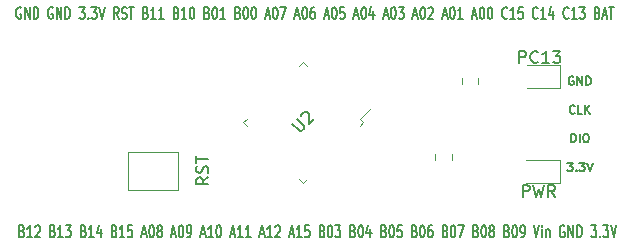
<source format=gbr>
G04 #@! TF.GenerationSoftware,KiCad,Pcbnew,(5.1.2-1)-1*
G04 #@! TF.CreationDate,2020-03-21T16:32:46+05:30*
G04 #@! TF.ProjectId,BluePill,426c7565-5069-46c6-9c2e-6b696361645f,rev?*
G04 #@! TF.SameCoordinates,Original*
G04 #@! TF.FileFunction,Legend,Top*
G04 #@! TF.FilePolarity,Positive*
%FSLAX46Y46*%
G04 Gerber Fmt 4.6, Leading zero omitted, Abs format (unit mm)*
G04 Created by KiCad (PCBNEW (5.1.2-1)-1) date 2020-03-21 16:32:46*
%MOMM*%
%LPD*%
G04 APERTURE LIST*
%ADD10C,0.150000*%
%ADD11C,0.120000*%
G04 APERTURE END LIST*
D10*
X60974672Y-19018750D02*
X60907053Y-18984940D01*
X60805625Y-18984940D01*
X60704196Y-19018750D01*
X60636577Y-19086369D01*
X60602767Y-19153988D01*
X60568958Y-19289226D01*
X60568958Y-19390654D01*
X60602767Y-19525892D01*
X60636577Y-19593511D01*
X60704196Y-19661130D01*
X60805625Y-19694940D01*
X60873244Y-19694940D01*
X60974672Y-19661130D01*
X61008482Y-19627321D01*
X61008482Y-19390654D01*
X60873244Y-19390654D01*
X61312767Y-19694940D02*
X61312767Y-18984940D01*
X61718482Y-19694940D01*
X61718482Y-18984940D01*
X62056577Y-19694940D02*
X62056577Y-18984940D01*
X62225625Y-18984940D01*
X62327053Y-19018750D01*
X62394672Y-19086369D01*
X62428482Y-19153988D01*
X62462291Y-19289226D01*
X62462291Y-19390654D01*
X62428482Y-19525892D01*
X62394672Y-19593511D01*
X62327053Y-19661130D01*
X62225625Y-19694940D01*
X62056577Y-19694940D01*
X61093005Y-22057321D02*
X61059196Y-22091130D01*
X60957767Y-22124940D01*
X60890148Y-22124940D01*
X60788720Y-22091130D01*
X60721101Y-22023511D01*
X60687291Y-21955892D01*
X60653482Y-21820654D01*
X60653482Y-21719226D01*
X60687291Y-21583988D01*
X60721101Y-21516369D01*
X60788720Y-21448750D01*
X60890148Y-21414940D01*
X60957767Y-21414940D01*
X61059196Y-21448750D01*
X61093005Y-21482559D01*
X61735386Y-22124940D02*
X61397291Y-22124940D01*
X61397291Y-21414940D01*
X61972053Y-22124940D02*
X61972053Y-21414940D01*
X62377767Y-22124940D02*
X62073482Y-21719226D01*
X62377767Y-21414940D02*
X61972053Y-21820654D01*
X60788720Y-24554940D02*
X60788720Y-23844940D01*
X60957767Y-23844940D01*
X61059196Y-23878750D01*
X61126815Y-23946369D01*
X61160625Y-24013988D01*
X61194434Y-24149226D01*
X61194434Y-24250654D01*
X61160625Y-24385892D01*
X61126815Y-24453511D01*
X61059196Y-24521130D01*
X60957767Y-24554940D01*
X60788720Y-24554940D01*
X61498720Y-24554940D02*
X61498720Y-23844940D01*
X61972053Y-23844940D02*
X62107291Y-23844940D01*
X62174910Y-23878750D01*
X62242529Y-23946369D01*
X62276339Y-24081607D01*
X62276339Y-24318273D01*
X62242529Y-24453511D01*
X62174910Y-24521130D01*
X62107291Y-24554940D01*
X61972053Y-24554940D01*
X61904434Y-24521130D01*
X61836815Y-24453511D01*
X61803005Y-24318273D01*
X61803005Y-24081607D01*
X61836815Y-23946369D01*
X61904434Y-23878750D01*
X61972053Y-23844940D01*
X60467529Y-26274940D02*
X60907053Y-26274940D01*
X60670386Y-26545416D01*
X60771815Y-26545416D01*
X60839434Y-26579226D01*
X60873244Y-26613035D01*
X60907053Y-26680654D01*
X60907053Y-26849702D01*
X60873244Y-26917321D01*
X60839434Y-26951130D01*
X60771815Y-26984940D01*
X60568958Y-26984940D01*
X60501339Y-26951130D01*
X60467529Y-26917321D01*
X61211339Y-26917321D02*
X61245148Y-26951130D01*
X61211339Y-26984940D01*
X61177529Y-26951130D01*
X61211339Y-26917321D01*
X61211339Y-26984940D01*
X61481815Y-26274940D02*
X61921339Y-26274940D01*
X61684672Y-26545416D01*
X61786101Y-26545416D01*
X61853720Y-26579226D01*
X61887529Y-26613035D01*
X61921339Y-26680654D01*
X61921339Y-26849702D01*
X61887529Y-26917321D01*
X61853720Y-26951130D01*
X61786101Y-26984940D01*
X61583244Y-26984940D01*
X61515625Y-26951130D01*
X61481815Y-26917321D01*
X62124196Y-26274940D02*
X62360863Y-26984940D01*
X62597529Y-26274940D01*
X14185595Y-13152500D02*
X14117976Y-13104880D01*
X14016547Y-13104880D01*
X13915119Y-13152500D01*
X13847500Y-13247738D01*
X13813690Y-13342976D01*
X13779880Y-13533452D01*
X13779880Y-13676309D01*
X13813690Y-13866785D01*
X13847500Y-13962023D01*
X13915119Y-14057261D01*
X14016547Y-14104880D01*
X14084166Y-14104880D01*
X14185595Y-14057261D01*
X14219404Y-14009642D01*
X14219404Y-13676309D01*
X14084166Y-13676309D01*
X14523690Y-14104880D02*
X14523690Y-13104880D01*
X14929404Y-14104880D01*
X14929404Y-13104880D01*
X15267500Y-14104880D02*
X15267500Y-13104880D01*
X15436547Y-13104880D01*
X15537976Y-13152500D01*
X15605595Y-13247738D01*
X15639404Y-13342976D01*
X15673214Y-13533452D01*
X15673214Y-13676309D01*
X15639404Y-13866785D01*
X15605595Y-13962023D01*
X15537976Y-14057261D01*
X15436547Y-14104880D01*
X15267500Y-14104880D01*
X16890357Y-13152500D02*
X16822738Y-13104880D01*
X16721309Y-13104880D01*
X16619880Y-13152500D01*
X16552261Y-13247738D01*
X16518452Y-13342976D01*
X16484642Y-13533452D01*
X16484642Y-13676309D01*
X16518452Y-13866785D01*
X16552261Y-13962023D01*
X16619880Y-14057261D01*
X16721309Y-14104880D01*
X16788928Y-14104880D01*
X16890357Y-14057261D01*
X16924166Y-14009642D01*
X16924166Y-13676309D01*
X16788928Y-13676309D01*
X17228452Y-14104880D02*
X17228452Y-13104880D01*
X17634166Y-14104880D01*
X17634166Y-13104880D01*
X17972261Y-14104880D02*
X17972261Y-13104880D01*
X18141309Y-13104880D01*
X18242738Y-13152500D01*
X18310357Y-13247738D01*
X18344166Y-13342976D01*
X18377976Y-13533452D01*
X18377976Y-13676309D01*
X18344166Y-13866785D01*
X18310357Y-13962023D01*
X18242738Y-14057261D01*
X18141309Y-14104880D01*
X17972261Y-14104880D01*
X19155595Y-13104880D02*
X19595119Y-13104880D01*
X19358452Y-13485833D01*
X19459880Y-13485833D01*
X19527500Y-13533452D01*
X19561309Y-13581071D01*
X19595119Y-13676309D01*
X19595119Y-13914404D01*
X19561309Y-14009642D01*
X19527500Y-14057261D01*
X19459880Y-14104880D01*
X19257023Y-14104880D01*
X19189404Y-14057261D01*
X19155595Y-14009642D01*
X19899404Y-14009642D02*
X19933214Y-14057261D01*
X19899404Y-14104880D01*
X19865595Y-14057261D01*
X19899404Y-14009642D01*
X19899404Y-14104880D01*
X20169880Y-13104880D02*
X20609404Y-13104880D01*
X20372738Y-13485833D01*
X20474166Y-13485833D01*
X20541785Y-13533452D01*
X20575595Y-13581071D01*
X20609404Y-13676309D01*
X20609404Y-13914404D01*
X20575595Y-14009642D01*
X20541785Y-14057261D01*
X20474166Y-14104880D01*
X20271309Y-14104880D01*
X20203690Y-14057261D01*
X20169880Y-14009642D01*
X20812261Y-13104880D02*
X21048928Y-14104880D01*
X21285595Y-13104880D01*
X22468928Y-14104880D02*
X22232261Y-13628690D01*
X22063214Y-14104880D02*
X22063214Y-13104880D01*
X22333690Y-13104880D01*
X22401309Y-13152500D01*
X22435119Y-13200119D01*
X22468928Y-13295357D01*
X22468928Y-13438214D01*
X22435119Y-13533452D01*
X22401309Y-13581071D01*
X22333690Y-13628690D01*
X22063214Y-13628690D01*
X22739404Y-14057261D02*
X22840833Y-14104880D01*
X23009880Y-14104880D01*
X23077500Y-14057261D01*
X23111309Y-14009642D01*
X23145119Y-13914404D01*
X23145119Y-13819166D01*
X23111309Y-13723928D01*
X23077500Y-13676309D01*
X23009880Y-13628690D01*
X22874642Y-13581071D01*
X22807023Y-13533452D01*
X22773214Y-13485833D01*
X22739404Y-13390595D01*
X22739404Y-13295357D01*
X22773214Y-13200119D01*
X22807023Y-13152500D01*
X22874642Y-13104880D01*
X23043690Y-13104880D01*
X23145119Y-13152500D01*
X23347976Y-13104880D02*
X23753690Y-13104880D01*
X23550833Y-14104880D02*
X23550833Y-13104880D01*
X24767976Y-13581071D02*
X24869404Y-13628690D01*
X24903214Y-13676309D01*
X24937023Y-13771547D01*
X24937023Y-13914404D01*
X24903214Y-14009642D01*
X24869404Y-14057261D01*
X24801785Y-14104880D01*
X24531309Y-14104880D01*
X24531309Y-13104880D01*
X24767976Y-13104880D01*
X24835595Y-13152500D01*
X24869404Y-13200119D01*
X24903214Y-13295357D01*
X24903214Y-13390595D01*
X24869404Y-13485833D01*
X24835595Y-13533452D01*
X24767976Y-13581071D01*
X24531309Y-13581071D01*
X25613214Y-14104880D02*
X25207500Y-14104880D01*
X25410357Y-14104880D02*
X25410357Y-13104880D01*
X25342738Y-13247738D01*
X25275119Y-13342976D01*
X25207500Y-13390595D01*
X26289404Y-14104880D02*
X25883690Y-14104880D01*
X26086547Y-14104880D02*
X26086547Y-13104880D01*
X26018928Y-13247738D01*
X25951309Y-13342976D01*
X25883690Y-13390595D01*
X27371309Y-13581071D02*
X27472738Y-13628690D01*
X27506547Y-13676309D01*
X27540357Y-13771547D01*
X27540357Y-13914404D01*
X27506547Y-14009642D01*
X27472738Y-14057261D01*
X27405119Y-14104880D01*
X27134642Y-14104880D01*
X27134642Y-13104880D01*
X27371309Y-13104880D01*
X27438928Y-13152500D01*
X27472738Y-13200119D01*
X27506547Y-13295357D01*
X27506547Y-13390595D01*
X27472738Y-13485833D01*
X27438928Y-13533452D01*
X27371309Y-13581071D01*
X27134642Y-13581071D01*
X28216547Y-14104880D02*
X27810833Y-14104880D01*
X28013690Y-14104880D02*
X28013690Y-13104880D01*
X27946071Y-13247738D01*
X27878452Y-13342976D01*
X27810833Y-13390595D01*
X28656071Y-13104880D02*
X28723690Y-13104880D01*
X28791309Y-13152500D01*
X28825119Y-13200119D01*
X28858928Y-13295357D01*
X28892738Y-13485833D01*
X28892738Y-13723928D01*
X28858928Y-13914404D01*
X28825119Y-14009642D01*
X28791309Y-14057261D01*
X28723690Y-14104880D01*
X28656071Y-14104880D01*
X28588452Y-14057261D01*
X28554642Y-14009642D01*
X28520833Y-13914404D01*
X28487023Y-13723928D01*
X28487023Y-13485833D01*
X28520833Y-13295357D01*
X28554642Y-13200119D01*
X28588452Y-13152500D01*
X28656071Y-13104880D01*
X29974642Y-13581071D02*
X30076071Y-13628690D01*
X30109880Y-13676309D01*
X30143690Y-13771547D01*
X30143690Y-13914404D01*
X30109880Y-14009642D01*
X30076071Y-14057261D01*
X30008452Y-14104880D01*
X29737976Y-14104880D01*
X29737976Y-13104880D01*
X29974642Y-13104880D01*
X30042261Y-13152500D01*
X30076071Y-13200119D01*
X30109880Y-13295357D01*
X30109880Y-13390595D01*
X30076071Y-13485833D01*
X30042261Y-13533452D01*
X29974642Y-13581071D01*
X29737976Y-13581071D01*
X30583214Y-13104880D02*
X30650833Y-13104880D01*
X30718452Y-13152500D01*
X30752261Y-13200119D01*
X30786071Y-13295357D01*
X30819880Y-13485833D01*
X30819880Y-13723928D01*
X30786071Y-13914404D01*
X30752261Y-14009642D01*
X30718452Y-14057261D01*
X30650833Y-14104880D01*
X30583214Y-14104880D01*
X30515595Y-14057261D01*
X30481785Y-14009642D01*
X30447976Y-13914404D01*
X30414166Y-13723928D01*
X30414166Y-13485833D01*
X30447976Y-13295357D01*
X30481785Y-13200119D01*
X30515595Y-13152500D01*
X30583214Y-13104880D01*
X31496071Y-14104880D02*
X31090357Y-14104880D01*
X31293214Y-14104880D02*
X31293214Y-13104880D01*
X31225595Y-13247738D01*
X31157976Y-13342976D01*
X31090357Y-13390595D01*
X32577976Y-13581071D02*
X32679404Y-13628690D01*
X32713214Y-13676309D01*
X32747023Y-13771547D01*
X32747023Y-13914404D01*
X32713214Y-14009642D01*
X32679404Y-14057261D01*
X32611785Y-14104880D01*
X32341309Y-14104880D01*
X32341309Y-13104880D01*
X32577976Y-13104880D01*
X32645595Y-13152500D01*
X32679404Y-13200119D01*
X32713214Y-13295357D01*
X32713214Y-13390595D01*
X32679404Y-13485833D01*
X32645595Y-13533452D01*
X32577976Y-13581071D01*
X32341309Y-13581071D01*
X33186547Y-13104880D02*
X33254166Y-13104880D01*
X33321785Y-13152500D01*
X33355595Y-13200119D01*
X33389404Y-13295357D01*
X33423214Y-13485833D01*
X33423214Y-13723928D01*
X33389404Y-13914404D01*
X33355595Y-14009642D01*
X33321785Y-14057261D01*
X33254166Y-14104880D01*
X33186547Y-14104880D01*
X33118928Y-14057261D01*
X33085119Y-14009642D01*
X33051309Y-13914404D01*
X33017500Y-13723928D01*
X33017500Y-13485833D01*
X33051309Y-13295357D01*
X33085119Y-13200119D01*
X33118928Y-13152500D01*
X33186547Y-13104880D01*
X33862738Y-13104880D02*
X33930357Y-13104880D01*
X33997976Y-13152500D01*
X34031785Y-13200119D01*
X34065595Y-13295357D01*
X34099404Y-13485833D01*
X34099404Y-13723928D01*
X34065595Y-13914404D01*
X34031785Y-14009642D01*
X33997976Y-14057261D01*
X33930357Y-14104880D01*
X33862738Y-14104880D01*
X33795119Y-14057261D01*
X33761309Y-14009642D01*
X33727500Y-13914404D01*
X33693690Y-13723928D01*
X33693690Y-13485833D01*
X33727500Y-13295357D01*
X33761309Y-13200119D01*
X33795119Y-13152500D01*
X33862738Y-13104880D01*
X34910833Y-13819166D02*
X35248928Y-13819166D01*
X34843214Y-14104880D02*
X35079880Y-13104880D01*
X35316547Y-14104880D01*
X35688452Y-13104880D02*
X35756071Y-13104880D01*
X35823690Y-13152500D01*
X35857500Y-13200119D01*
X35891309Y-13295357D01*
X35925119Y-13485833D01*
X35925119Y-13723928D01*
X35891309Y-13914404D01*
X35857500Y-14009642D01*
X35823690Y-14057261D01*
X35756071Y-14104880D01*
X35688452Y-14104880D01*
X35620833Y-14057261D01*
X35587023Y-14009642D01*
X35553214Y-13914404D01*
X35519404Y-13723928D01*
X35519404Y-13485833D01*
X35553214Y-13295357D01*
X35587023Y-13200119D01*
X35620833Y-13152500D01*
X35688452Y-13104880D01*
X36161785Y-13104880D02*
X36635119Y-13104880D01*
X36330833Y-14104880D01*
X37412738Y-13819166D02*
X37750833Y-13819166D01*
X37345119Y-14104880D02*
X37581785Y-13104880D01*
X37818452Y-14104880D01*
X38190357Y-13104880D02*
X38257976Y-13104880D01*
X38325595Y-13152500D01*
X38359404Y-13200119D01*
X38393214Y-13295357D01*
X38427023Y-13485833D01*
X38427023Y-13723928D01*
X38393214Y-13914404D01*
X38359404Y-14009642D01*
X38325595Y-14057261D01*
X38257976Y-14104880D01*
X38190357Y-14104880D01*
X38122738Y-14057261D01*
X38088928Y-14009642D01*
X38055119Y-13914404D01*
X38021309Y-13723928D01*
X38021309Y-13485833D01*
X38055119Y-13295357D01*
X38088928Y-13200119D01*
X38122738Y-13152500D01*
X38190357Y-13104880D01*
X39035595Y-13104880D02*
X38900357Y-13104880D01*
X38832738Y-13152500D01*
X38798928Y-13200119D01*
X38731309Y-13342976D01*
X38697500Y-13533452D01*
X38697500Y-13914404D01*
X38731309Y-14009642D01*
X38765119Y-14057261D01*
X38832738Y-14104880D01*
X38967976Y-14104880D01*
X39035595Y-14057261D01*
X39069404Y-14009642D01*
X39103214Y-13914404D01*
X39103214Y-13676309D01*
X39069404Y-13581071D01*
X39035595Y-13533452D01*
X38967976Y-13485833D01*
X38832738Y-13485833D01*
X38765119Y-13533452D01*
X38731309Y-13581071D01*
X38697500Y-13676309D01*
X39914642Y-13819166D02*
X40252738Y-13819166D01*
X39847023Y-14104880D02*
X40083690Y-13104880D01*
X40320357Y-14104880D01*
X40692261Y-13104880D02*
X40759880Y-13104880D01*
X40827500Y-13152500D01*
X40861309Y-13200119D01*
X40895119Y-13295357D01*
X40928928Y-13485833D01*
X40928928Y-13723928D01*
X40895119Y-13914404D01*
X40861309Y-14009642D01*
X40827500Y-14057261D01*
X40759880Y-14104880D01*
X40692261Y-14104880D01*
X40624642Y-14057261D01*
X40590833Y-14009642D01*
X40557023Y-13914404D01*
X40523214Y-13723928D01*
X40523214Y-13485833D01*
X40557023Y-13295357D01*
X40590833Y-13200119D01*
X40624642Y-13152500D01*
X40692261Y-13104880D01*
X41571309Y-13104880D02*
X41233214Y-13104880D01*
X41199404Y-13581071D01*
X41233214Y-13533452D01*
X41300833Y-13485833D01*
X41469880Y-13485833D01*
X41537500Y-13533452D01*
X41571309Y-13581071D01*
X41605119Y-13676309D01*
X41605119Y-13914404D01*
X41571309Y-14009642D01*
X41537500Y-14057261D01*
X41469880Y-14104880D01*
X41300833Y-14104880D01*
X41233214Y-14057261D01*
X41199404Y-14009642D01*
X42416547Y-13819166D02*
X42754642Y-13819166D01*
X42348928Y-14104880D02*
X42585595Y-13104880D01*
X42822261Y-14104880D01*
X43194166Y-13104880D02*
X43261785Y-13104880D01*
X43329404Y-13152500D01*
X43363214Y-13200119D01*
X43397023Y-13295357D01*
X43430833Y-13485833D01*
X43430833Y-13723928D01*
X43397023Y-13914404D01*
X43363214Y-14009642D01*
X43329404Y-14057261D01*
X43261785Y-14104880D01*
X43194166Y-14104880D01*
X43126547Y-14057261D01*
X43092738Y-14009642D01*
X43058928Y-13914404D01*
X43025119Y-13723928D01*
X43025119Y-13485833D01*
X43058928Y-13295357D01*
X43092738Y-13200119D01*
X43126547Y-13152500D01*
X43194166Y-13104880D01*
X44039404Y-13438214D02*
X44039404Y-14104880D01*
X43870357Y-13057261D02*
X43701309Y-13771547D01*
X44140833Y-13771547D01*
X44918452Y-13819166D02*
X45256547Y-13819166D01*
X44850833Y-14104880D02*
X45087500Y-13104880D01*
X45324166Y-14104880D01*
X45696071Y-13104880D02*
X45763690Y-13104880D01*
X45831309Y-13152500D01*
X45865119Y-13200119D01*
X45898928Y-13295357D01*
X45932738Y-13485833D01*
X45932738Y-13723928D01*
X45898928Y-13914404D01*
X45865119Y-14009642D01*
X45831309Y-14057261D01*
X45763690Y-14104880D01*
X45696071Y-14104880D01*
X45628452Y-14057261D01*
X45594642Y-14009642D01*
X45560833Y-13914404D01*
X45527023Y-13723928D01*
X45527023Y-13485833D01*
X45560833Y-13295357D01*
X45594642Y-13200119D01*
X45628452Y-13152500D01*
X45696071Y-13104880D01*
X46169404Y-13104880D02*
X46608928Y-13104880D01*
X46372261Y-13485833D01*
X46473690Y-13485833D01*
X46541309Y-13533452D01*
X46575119Y-13581071D01*
X46608928Y-13676309D01*
X46608928Y-13914404D01*
X46575119Y-14009642D01*
X46541309Y-14057261D01*
X46473690Y-14104880D01*
X46270833Y-14104880D01*
X46203214Y-14057261D01*
X46169404Y-14009642D01*
X47420357Y-13819166D02*
X47758452Y-13819166D01*
X47352738Y-14104880D02*
X47589404Y-13104880D01*
X47826071Y-14104880D01*
X48197976Y-13104880D02*
X48265595Y-13104880D01*
X48333214Y-13152500D01*
X48367023Y-13200119D01*
X48400833Y-13295357D01*
X48434642Y-13485833D01*
X48434642Y-13723928D01*
X48400833Y-13914404D01*
X48367023Y-14009642D01*
X48333214Y-14057261D01*
X48265595Y-14104880D01*
X48197976Y-14104880D01*
X48130357Y-14057261D01*
X48096547Y-14009642D01*
X48062738Y-13914404D01*
X48028928Y-13723928D01*
X48028928Y-13485833D01*
X48062738Y-13295357D01*
X48096547Y-13200119D01*
X48130357Y-13152500D01*
X48197976Y-13104880D01*
X48705119Y-13200119D02*
X48738928Y-13152500D01*
X48806547Y-13104880D01*
X48975595Y-13104880D01*
X49043214Y-13152500D01*
X49077023Y-13200119D01*
X49110833Y-13295357D01*
X49110833Y-13390595D01*
X49077023Y-13533452D01*
X48671309Y-14104880D01*
X49110833Y-14104880D01*
X49922261Y-13819166D02*
X50260357Y-13819166D01*
X49854642Y-14104880D02*
X50091309Y-13104880D01*
X50327976Y-14104880D01*
X50699880Y-13104880D02*
X50767500Y-13104880D01*
X50835119Y-13152500D01*
X50868928Y-13200119D01*
X50902738Y-13295357D01*
X50936547Y-13485833D01*
X50936547Y-13723928D01*
X50902738Y-13914404D01*
X50868928Y-14009642D01*
X50835119Y-14057261D01*
X50767500Y-14104880D01*
X50699880Y-14104880D01*
X50632261Y-14057261D01*
X50598452Y-14009642D01*
X50564642Y-13914404D01*
X50530833Y-13723928D01*
X50530833Y-13485833D01*
X50564642Y-13295357D01*
X50598452Y-13200119D01*
X50632261Y-13152500D01*
X50699880Y-13104880D01*
X51612738Y-14104880D02*
X51207023Y-14104880D01*
X51409880Y-14104880D02*
X51409880Y-13104880D01*
X51342261Y-13247738D01*
X51274642Y-13342976D01*
X51207023Y-13390595D01*
X52424166Y-13819166D02*
X52762261Y-13819166D01*
X52356547Y-14104880D02*
X52593214Y-13104880D01*
X52829880Y-14104880D01*
X53201785Y-13104880D02*
X53269404Y-13104880D01*
X53337023Y-13152500D01*
X53370833Y-13200119D01*
X53404642Y-13295357D01*
X53438452Y-13485833D01*
X53438452Y-13723928D01*
X53404642Y-13914404D01*
X53370833Y-14009642D01*
X53337023Y-14057261D01*
X53269404Y-14104880D01*
X53201785Y-14104880D01*
X53134166Y-14057261D01*
X53100357Y-14009642D01*
X53066547Y-13914404D01*
X53032738Y-13723928D01*
X53032738Y-13485833D01*
X53066547Y-13295357D01*
X53100357Y-13200119D01*
X53134166Y-13152500D01*
X53201785Y-13104880D01*
X53877976Y-13104880D02*
X53945595Y-13104880D01*
X54013214Y-13152500D01*
X54047023Y-13200119D01*
X54080833Y-13295357D01*
X54114642Y-13485833D01*
X54114642Y-13723928D01*
X54080833Y-13914404D01*
X54047023Y-14009642D01*
X54013214Y-14057261D01*
X53945595Y-14104880D01*
X53877976Y-14104880D01*
X53810357Y-14057261D01*
X53776547Y-14009642D01*
X53742738Y-13914404D01*
X53708928Y-13723928D01*
X53708928Y-13485833D01*
X53742738Y-13295357D01*
X53776547Y-13200119D01*
X53810357Y-13152500D01*
X53877976Y-13104880D01*
X55365595Y-14009642D02*
X55331785Y-14057261D01*
X55230357Y-14104880D01*
X55162738Y-14104880D01*
X55061309Y-14057261D01*
X54993690Y-13962023D01*
X54959880Y-13866785D01*
X54926071Y-13676309D01*
X54926071Y-13533452D01*
X54959880Y-13342976D01*
X54993690Y-13247738D01*
X55061309Y-13152500D01*
X55162738Y-13104880D01*
X55230357Y-13104880D01*
X55331785Y-13152500D01*
X55365595Y-13200119D01*
X56041785Y-14104880D02*
X55636071Y-14104880D01*
X55838928Y-14104880D02*
X55838928Y-13104880D01*
X55771309Y-13247738D01*
X55703690Y-13342976D01*
X55636071Y-13390595D01*
X56684166Y-13104880D02*
X56346071Y-13104880D01*
X56312261Y-13581071D01*
X56346071Y-13533452D01*
X56413690Y-13485833D01*
X56582738Y-13485833D01*
X56650357Y-13533452D01*
X56684166Y-13581071D01*
X56717976Y-13676309D01*
X56717976Y-13914404D01*
X56684166Y-14009642D01*
X56650357Y-14057261D01*
X56582738Y-14104880D01*
X56413690Y-14104880D01*
X56346071Y-14057261D01*
X56312261Y-14009642D01*
X57968928Y-14009642D02*
X57935119Y-14057261D01*
X57833690Y-14104880D01*
X57766071Y-14104880D01*
X57664642Y-14057261D01*
X57597023Y-13962023D01*
X57563214Y-13866785D01*
X57529404Y-13676309D01*
X57529404Y-13533452D01*
X57563214Y-13342976D01*
X57597023Y-13247738D01*
X57664642Y-13152500D01*
X57766071Y-13104880D01*
X57833690Y-13104880D01*
X57935119Y-13152500D01*
X57968928Y-13200119D01*
X58645119Y-14104880D02*
X58239404Y-14104880D01*
X58442261Y-14104880D02*
X58442261Y-13104880D01*
X58374642Y-13247738D01*
X58307023Y-13342976D01*
X58239404Y-13390595D01*
X59253690Y-13438214D02*
X59253690Y-14104880D01*
X59084642Y-13057261D02*
X58915595Y-13771547D01*
X59355119Y-13771547D01*
X60572261Y-14009642D02*
X60538452Y-14057261D01*
X60437023Y-14104880D01*
X60369404Y-14104880D01*
X60267976Y-14057261D01*
X60200357Y-13962023D01*
X60166547Y-13866785D01*
X60132738Y-13676309D01*
X60132738Y-13533452D01*
X60166547Y-13342976D01*
X60200357Y-13247738D01*
X60267976Y-13152500D01*
X60369404Y-13104880D01*
X60437023Y-13104880D01*
X60538452Y-13152500D01*
X60572261Y-13200119D01*
X61248452Y-14104880D02*
X60842738Y-14104880D01*
X61045595Y-14104880D02*
X61045595Y-13104880D01*
X60977976Y-13247738D01*
X60910357Y-13342976D01*
X60842738Y-13390595D01*
X61485119Y-13104880D02*
X61924642Y-13104880D01*
X61687976Y-13485833D01*
X61789404Y-13485833D01*
X61857023Y-13533452D01*
X61890833Y-13581071D01*
X61924642Y-13676309D01*
X61924642Y-13914404D01*
X61890833Y-14009642D01*
X61857023Y-14057261D01*
X61789404Y-14104880D01*
X61586547Y-14104880D01*
X61518928Y-14057261D01*
X61485119Y-14009642D01*
X63006547Y-13581071D02*
X63107976Y-13628690D01*
X63141785Y-13676309D01*
X63175595Y-13771547D01*
X63175595Y-13914404D01*
X63141785Y-14009642D01*
X63107976Y-14057261D01*
X63040357Y-14104880D01*
X62769880Y-14104880D01*
X62769880Y-13104880D01*
X63006547Y-13104880D01*
X63074166Y-13152500D01*
X63107976Y-13200119D01*
X63141785Y-13295357D01*
X63141785Y-13390595D01*
X63107976Y-13485833D01*
X63074166Y-13533452D01*
X63006547Y-13581071D01*
X62769880Y-13581071D01*
X63446071Y-13819166D02*
X63784166Y-13819166D01*
X63378452Y-14104880D02*
X63615119Y-13104880D01*
X63851785Y-14104880D01*
X63987023Y-13104880D02*
X64392738Y-13104880D01*
X64189880Y-14104880D02*
X64189880Y-13104880D01*
X14305386Y-32075446D02*
X14406815Y-32123065D01*
X14440625Y-32170684D01*
X14474434Y-32265922D01*
X14474434Y-32408779D01*
X14440625Y-32504017D01*
X14406815Y-32551636D01*
X14339196Y-32599255D01*
X14068720Y-32599255D01*
X14068720Y-31599255D01*
X14305386Y-31599255D01*
X14373005Y-31646875D01*
X14406815Y-31694494D01*
X14440625Y-31789732D01*
X14440625Y-31884970D01*
X14406815Y-31980208D01*
X14373005Y-32027827D01*
X14305386Y-32075446D01*
X14068720Y-32075446D01*
X15150625Y-32599255D02*
X14744910Y-32599255D01*
X14947767Y-32599255D02*
X14947767Y-31599255D01*
X14880148Y-31742113D01*
X14812529Y-31837351D01*
X14744910Y-31884970D01*
X15421101Y-31694494D02*
X15454910Y-31646875D01*
X15522529Y-31599255D01*
X15691577Y-31599255D01*
X15759196Y-31646875D01*
X15793005Y-31694494D01*
X15826815Y-31789732D01*
X15826815Y-31884970D01*
X15793005Y-32027827D01*
X15387291Y-32599255D01*
X15826815Y-32599255D01*
X16908720Y-32075446D02*
X17010148Y-32123065D01*
X17043958Y-32170684D01*
X17077767Y-32265922D01*
X17077767Y-32408779D01*
X17043958Y-32504017D01*
X17010148Y-32551636D01*
X16942529Y-32599255D01*
X16672053Y-32599255D01*
X16672053Y-31599255D01*
X16908720Y-31599255D01*
X16976339Y-31646875D01*
X17010148Y-31694494D01*
X17043958Y-31789732D01*
X17043958Y-31884970D01*
X17010148Y-31980208D01*
X16976339Y-32027827D01*
X16908720Y-32075446D01*
X16672053Y-32075446D01*
X17753958Y-32599255D02*
X17348244Y-32599255D01*
X17551101Y-32599255D02*
X17551101Y-31599255D01*
X17483482Y-31742113D01*
X17415863Y-31837351D01*
X17348244Y-31884970D01*
X17990625Y-31599255D02*
X18430148Y-31599255D01*
X18193482Y-31980208D01*
X18294910Y-31980208D01*
X18362529Y-32027827D01*
X18396339Y-32075446D01*
X18430148Y-32170684D01*
X18430148Y-32408779D01*
X18396339Y-32504017D01*
X18362529Y-32551636D01*
X18294910Y-32599255D01*
X18092053Y-32599255D01*
X18024434Y-32551636D01*
X17990625Y-32504017D01*
X19512053Y-32075446D02*
X19613482Y-32123065D01*
X19647291Y-32170684D01*
X19681101Y-32265922D01*
X19681101Y-32408779D01*
X19647291Y-32504017D01*
X19613482Y-32551636D01*
X19545863Y-32599255D01*
X19275386Y-32599255D01*
X19275386Y-31599255D01*
X19512053Y-31599255D01*
X19579672Y-31646875D01*
X19613482Y-31694494D01*
X19647291Y-31789732D01*
X19647291Y-31884970D01*
X19613482Y-31980208D01*
X19579672Y-32027827D01*
X19512053Y-32075446D01*
X19275386Y-32075446D01*
X20357291Y-32599255D02*
X19951577Y-32599255D01*
X20154434Y-32599255D02*
X20154434Y-31599255D01*
X20086815Y-31742113D01*
X20019196Y-31837351D01*
X19951577Y-31884970D01*
X20965863Y-31932589D02*
X20965863Y-32599255D01*
X20796815Y-31551636D02*
X20627767Y-32265922D01*
X21067291Y-32265922D01*
X22115386Y-32075446D02*
X22216815Y-32123065D01*
X22250625Y-32170684D01*
X22284434Y-32265922D01*
X22284434Y-32408779D01*
X22250625Y-32504017D01*
X22216815Y-32551636D01*
X22149196Y-32599255D01*
X21878720Y-32599255D01*
X21878720Y-31599255D01*
X22115386Y-31599255D01*
X22183005Y-31646875D01*
X22216815Y-31694494D01*
X22250625Y-31789732D01*
X22250625Y-31884970D01*
X22216815Y-31980208D01*
X22183005Y-32027827D01*
X22115386Y-32075446D01*
X21878720Y-32075446D01*
X22960625Y-32599255D02*
X22554910Y-32599255D01*
X22757767Y-32599255D02*
X22757767Y-31599255D01*
X22690148Y-31742113D01*
X22622529Y-31837351D01*
X22554910Y-31884970D01*
X23603005Y-31599255D02*
X23264910Y-31599255D01*
X23231101Y-32075446D01*
X23264910Y-32027827D01*
X23332529Y-31980208D01*
X23501577Y-31980208D01*
X23569196Y-32027827D01*
X23603005Y-32075446D01*
X23636815Y-32170684D01*
X23636815Y-32408779D01*
X23603005Y-32504017D01*
X23569196Y-32551636D01*
X23501577Y-32599255D01*
X23332529Y-32599255D01*
X23264910Y-32551636D01*
X23231101Y-32504017D01*
X24448244Y-32313541D02*
X24786339Y-32313541D01*
X24380625Y-32599255D02*
X24617291Y-31599255D01*
X24853958Y-32599255D01*
X25225863Y-31599255D02*
X25293482Y-31599255D01*
X25361101Y-31646875D01*
X25394910Y-31694494D01*
X25428720Y-31789732D01*
X25462529Y-31980208D01*
X25462529Y-32218303D01*
X25428720Y-32408779D01*
X25394910Y-32504017D01*
X25361101Y-32551636D01*
X25293482Y-32599255D01*
X25225863Y-32599255D01*
X25158244Y-32551636D01*
X25124434Y-32504017D01*
X25090625Y-32408779D01*
X25056815Y-32218303D01*
X25056815Y-31980208D01*
X25090625Y-31789732D01*
X25124434Y-31694494D01*
X25158244Y-31646875D01*
X25225863Y-31599255D01*
X25868244Y-32027827D02*
X25800625Y-31980208D01*
X25766815Y-31932589D01*
X25733005Y-31837351D01*
X25733005Y-31789732D01*
X25766815Y-31694494D01*
X25800625Y-31646875D01*
X25868244Y-31599255D01*
X26003482Y-31599255D01*
X26071101Y-31646875D01*
X26104910Y-31694494D01*
X26138720Y-31789732D01*
X26138720Y-31837351D01*
X26104910Y-31932589D01*
X26071101Y-31980208D01*
X26003482Y-32027827D01*
X25868244Y-32027827D01*
X25800625Y-32075446D01*
X25766815Y-32123065D01*
X25733005Y-32218303D01*
X25733005Y-32408779D01*
X25766815Y-32504017D01*
X25800625Y-32551636D01*
X25868244Y-32599255D01*
X26003482Y-32599255D01*
X26071101Y-32551636D01*
X26104910Y-32504017D01*
X26138720Y-32408779D01*
X26138720Y-32218303D01*
X26104910Y-32123065D01*
X26071101Y-32075446D01*
X26003482Y-32027827D01*
X26950148Y-32313541D02*
X27288244Y-32313541D01*
X26882529Y-32599255D02*
X27119196Y-31599255D01*
X27355863Y-32599255D01*
X27727767Y-31599255D02*
X27795386Y-31599255D01*
X27863005Y-31646875D01*
X27896815Y-31694494D01*
X27930625Y-31789732D01*
X27964434Y-31980208D01*
X27964434Y-32218303D01*
X27930625Y-32408779D01*
X27896815Y-32504017D01*
X27863005Y-32551636D01*
X27795386Y-32599255D01*
X27727767Y-32599255D01*
X27660148Y-32551636D01*
X27626339Y-32504017D01*
X27592529Y-32408779D01*
X27558720Y-32218303D01*
X27558720Y-31980208D01*
X27592529Y-31789732D01*
X27626339Y-31694494D01*
X27660148Y-31646875D01*
X27727767Y-31599255D01*
X28302529Y-32599255D02*
X28437767Y-32599255D01*
X28505386Y-32551636D01*
X28539196Y-32504017D01*
X28606815Y-32361160D01*
X28640625Y-32170684D01*
X28640625Y-31789732D01*
X28606815Y-31694494D01*
X28573005Y-31646875D01*
X28505386Y-31599255D01*
X28370148Y-31599255D01*
X28302529Y-31646875D01*
X28268720Y-31694494D01*
X28234910Y-31789732D01*
X28234910Y-32027827D01*
X28268720Y-32123065D01*
X28302529Y-32170684D01*
X28370148Y-32218303D01*
X28505386Y-32218303D01*
X28573005Y-32170684D01*
X28606815Y-32123065D01*
X28640625Y-32027827D01*
X29452053Y-32313541D02*
X29790148Y-32313541D01*
X29384434Y-32599255D02*
X29621101Y-31599255D01*
X29857767Y-32599255D01*
X30466339Y-32599255D02*
X30060625Y-32599255D01*
X30263482Y-32599255D02*
X30263482Y-31599255D01*
X30195863Y-31742113D01*
X30128244Y-31837351D01*
X30060625Y-31884970D01*
X30905863Y-31599255D02*
X30973482Y-31599255D01*
X31041101Y-31646875D01*
X31074910Y-31694494D01*
X31108720Y-31789732D01*
X31142529Y-31980208D01*
X31142529Y-32218303D01*
X31108720Y-32408779D01*
X31074910Y-32504017D01*
X31041101Y-32551636D01*
X30973482Y-32599255D01*
X30905863Y-32599255D01*
X30838244Y-32551636D01*
X30804434Y-32504017D01*
X30770625Y-32408779D01*
X30736815Y-32218303D01*
X30736815Y-31980208D01*
X30770625Y-31789732D01*
X30804434Y-31694494D01*
X30838244Y-31646875D01*
X30905863Y-31599255D01*
X31953958Y-32313541D02*
X32292053Y-32313541D01*
X31886339Y-32599255D02*
X32123005Y-31599255D01*
X32359672Y-32599255D01*
X32968244Y-32599255D02*
X32562529Y-32599255D01*
X32765386Y-32599255D02*
X32765386Y-31599255D01*
X32697767Y-31742113D01*
X32630148Y-31837351D01*
X32562529Y-31884970D01*
X33644434Y-32599255D02*
X33238720Y-32599255D01*
X33441577Y-32599255D02*
X33441577Y-31599255D01*
X33373958Y-31742113D01*
X33306339Y-31837351D01*
X33238720Y-31884970D01*
X34455863Y-32313541D02*
X34793958Y-32313541D01*
X34388244Y-32599255D02*
X34624910Y-31599255D01*
X34861577Y-32599255D01*
X35470148Y-32599255D02*
X35064434Y-32599255D01*
X35267291Y-32599255D02*
X35267291Y-31599255D01*
X35199672Y-31742113D01*
X35132053Y-31837351D01*
X35064434Y-31884970D01*
X35740625Y-31694494D02*
X35774434Y-31646875D01*
X35842053Y-31599255D01*
X36011101Y-31599255D01*
X36078720Y-31646875D01*
X36112529Y-31694494D01*
X36146339Y-31789732D01*
X36146339Y-31884970D01*
X36112529Y-32027827D01*
X35706815Y-32599255D01*
X36146339Y-32599255D01*
X36957767Y-32313541D02*
X37295863Y-32313541D01*
X36890148Y-32599255D02*
X37126815Y-31599255D01*
X37363482Y-32599255D01*
X37972053Y-32599255D02*
X37566339Y-32599255D01*
X37769196Y-32599255D02*
X37769196Y-31599255D01*
X37701577Y-31742113D01*
X37633958Y-31837351D01*
X37566339Y-31884970D01*
X38614434Y-31599255D02*
X38276339Y-31599255D01*
X38242529Y-32075446D01*
X38276339Y-32027827D01*
X38343958Y-31980208D01*
X38513005Y-31980208D01*
X38580625Y-32027827D01*
X38614434Y-32075446D01*
X38648244Y-32170684D01*
X38648244Y-32408779D01*
X38614434Y-32504017D01*
X38580625Y-32551636D01*
X38513005Y-32599255D01*
X38343958Y-32599255D01*
X38276339Y-32551636D01*
X38242529Y-32504017D01*
X39730148Y-32075446D02*
X39831577Y-32123065D01*
X39865386Y-32170684D01*
X39899196Y-32265922D01*
X39899196Y-32408779D01*
X39865386Y-32504017D01*
X39831577Y-32551636D01*
X39763958Y-32599255D01*
X39493482Y-32599255D01*
X39493482Y-31599255D01*
X39730148Y-31599255D01*
X39797767Y-31646875D01*
X39831577Y-31694494D01*
X39865386Y-31789732D01*
X39865386Y-31884970D01*
X39831577Y-31980208D01*
X39797767Y-32027827D01*
X39730148Y-32075446D01*
X39493482Y-32075446D01*
X40338720Y-31599255D02*
X40406339Y-31599255D01*
X40473958Y-31646875D01*
X40507767Y-31694494D01*
X40541577Y-31789732D01*
X40575386Y-31980208D01*
X40575386Y-32218303D01*
X40541577Y-32408779D01*
X40507767Y-32504017D01*
X40473958Y-32551636D01*
X40406339Y-32599255D01*
X40338720Y-32599255D01*
X40271101Y-32551636D01*
X40237291Y-32504017D01*
X40203482Y-32408779D01*
X40169672Y-32218303D01*
X40169672Y-31980208D01*
X40203482Y-31789732D01*
X40237291Y-31694494D01*
X40271101Y-31646875D01*
X40338720Y-31599255D01*
X40812053Y-31599255D02*
X41251577Y-31599255D01*
X41014910Y-31980208D01*
X41116339Y-31980208D01*
X41183958Y-32027827D01*
X41217767Y-32075446D01*
X41251577Y-32170684D01*
X41251577Y-32408779D01*
X41217767Y-32504017D01*
X41183958Y-32551636D01*
X41116339Y-32599255D01*
X40913482Y-32599255D01*
X40845863Y-32551636D01*
X40812053Y-32504017D01*
X42333482Y-32075446D02*
X42434910Y-32123065D01*
X42468720Y-32170684D01*
X42502529Y-32265922D01*
X42502529Y-32408779D01*
X42468720Y-32504017D01*
X42434910Y-32551636D01*
X42367291Y-32599255D01*
X42096815Y-32599255D01*
X42096815Y-31599255D01*
X42333482Y-31599255D01*
X42401101Y-31646875D01*
X42434910Y-31694494D01*
X42468720Y-31789732D01*
X42468720Y-31884970D01*
X42434910Y-31980208D01*
X42401101Y-32027827D01*
X42333482Y-32075446D01*
X42096815Y-32075446D01*
X42942053Y-31599255D02*
X43009672Y-31599255D01*
X43077291Y-31646875D01*
X43111101Y-31694494D01*
X43144910Y-31789732D01*
X43178720Y-31980208D01*
X43178720Y-32218303D01*
X43144910Y-32408779D01*
X43111101Y-32504017D01*
X43077291Y-32551636D01*
X43009672Y-32599255D01*
X42942053Y-32599255D01*
X42874434Y-32551636D01*
X42840625Y-32504017D01*
X42806815Y-32408779D01*
X42773005Y-32218303D01*
X42773005Y-31980208D01*
X42806815Y-31789732D01*
X42840625Y-31694494D01*
X42874434Y-31646875D01*
X42942053Y-31599255D01*
X43787291Y-31932589D02*
X43787291Y-32599255D01*
X43618244Y-31551636D02*
X43449196Y-32265922D01*
X43888720Y-32265922D01*
X44936815Y-32075446D02*
X45038244Y-32123065D01*
X45072053Y-32170684D01*
X45105863Y-32265922D01*
X45105863Y-32408779D01*
X45072053Y-32504017D01*
X45038244Y-32551636D01*
X44970625Y-32599255D01*
X44700148Y-32599255D01*
X44700148Y-31599255D01*
X44936815Y-31599255D01*
X45004434Y-31646875D01*
X45038244Y-31694494D01*
X45072053Y-31789732D01*
X45072053Y-31884970D01*
X45038244Y-31980208D01*
X45004434Y-32027827D01*
X44936815Y-32075446D01*
X44700148Y-32075446D01*
X45545386Y-31599255D02*
X45613005Y-31599255D01*
X45680625Y-31646875D01*
X45714434Y-31694494D01*
X45748244Y-31789732D01*
X45782053Y-31980208D01*
X45782053Y-32218303D01*
X45748244Y-32408779D01*
X45714434Y-32504017D01*
X45680625Y-32551636D01*
X45613005Y-32599255D01*
X45545386Y-32599255D01*
X45477767Y-32551636D01*
X45443958Y-32504017D01*
X45410148Y-32408779D01*
X45376339Y-32218303D01*
X45376339Y-31980208D01*
X45410148Y-31789732D01*
X45443958Y-31694494D01*
X45477767Y-31646875D01*
X45545386Y-31599255D01*
X46424434Y-31599255D02*
X46086339Y-31599255D01*
X46052529Y-32075446D01*
X46086339Y-32027827D01*
X46153958Y-31980208D01*
X46323005Y-31980208D01*
X46390625Y-32027827D01*
X46424434Y-32075446D01*
X46458244Y-32170684D01*
X46458244Y-32408779D01*
X46424434Y-32504017D01*
X46390625Y-32551636D01*
X46323005Y-32599255D01*
X46153958Y-32599255D01*
X46086339Y-32551636D01*
X46052529Y-32504017D01*
X47540148Y-32075446D02*
X47641577Y-32123065D01*
X47675386Y-32170684D01*
X47709196Y-32265922D01*
X47709196Y-32408779D01*
X47675386Y-32504017D01*
X47641577Y-32551636D01*
X47573958Y-32599255D01*
X47303482Y-32599255D01*
X47303482Y-31599255D01*
X47540148Y-31599255D01*
X47607767Y-31646875D01*
X47641577Y-31694494D01*
X47675386Y-31789732D01*
X47675386Y-31884970D01*
X47641577Y-31980208D01*
X47607767Y-32027827D01*
X47540148Y-32075446D01*
X47303482Y-32075446D01*
X48148720Y-31599255D02*
X48216339Y-31599255D01*
X48283958Y-31646875D01*
X48317767Y-31694494D01*
X48351577Y-31789732D01*
X48385386Y-31980208D01*
X48385386Y-32218303D01*
X48351577Y-32408779D01*
X48317767Y-32504017D01*
X48283958Y-32551636D01*
X48216339Y-32599255D01*
X48148720Y-32599255D01*
X48081101Y-32551636D01*
X48047291Y-32504017D01*
X48013482Y-32408779D01*
X47979672Y-32218303D01*
X47979672Y-31980208D01*
X48013482Y-31789732D01*
X48047291Y-31694494D01*
X48081101Y-31646875D01*
X48148720Y-31599255D01*
X48993958Y-31599255D02*
X48858720Y-31599255D01*
X48791101Y-31646875D01*
X48757291Y-31694494D01*
X48689672Y-31837351D01*
X48655863Y-32027827D01*
X48655863Y-32408779D01*
X48689672Y-32504017D01*
X48723482Y-32551636D01*
X48791101Y-32599255D01*
X48926339Y-32599255D01*
X48993958Y-32551636D01*
X49027767Y-32504017D01*
X49061577Y-32408779D01*
X49061577Y-32170684D01*
X49027767Y-32075446D01*
X48993958Y-32027827D01*
X48926339Y-31980208D01*
X48791101Y-31980208D01*
X48723482Y-32027827D01*
X48689672Y-32075446D01*
X48655863Y-32170684D01*
X50143482Y-32075446D02*
X50244910Y-32123065D01*
X50278720Y-32170684D01*
X50312529Y-32265922D01*
X50312529Y-32408779D01*
X50278720Y-32504017D01*
X50244910Y-32551636D01*
X50177291Y-32599255D01*
X49906815Y-32599255D01*
X49906815Y-31599255D01*
X50143482Y-31599255D01*
X50211101Y-31646875D01*
X50244910Y-31694494D01*
X50278720Y-31789732D01*
X50278720Y-31884970D01*
X50244910Y-31980208D01*
X50211101Y-32027827D01*
X50143482Y-32075446D01*
X49906815Y-32075446D01*
X50752053Y-31599255D02*
X50819672Y-31599255D01*
X50887291Y-31646875D01*
X50921101Y-31694494D01*
X50954910Y-31789732D01*
X50988720Y-31980208D01*
X50988720Y-32218303D01*
X50954910Y-32408779D01*
X50921101Y-32504017D01*
X50887291Y-32551636D01*
X50819672Y-32599255D01*
X50752053Y-32599255D01*
X50684434Y-32551636D01*
X50650625Y-32504017D01*
X50616815Y-32408779D01*
X50583005Y-32218303D01*
X50583005Y-31980208D01*
X50616815Y-31789732D01*
X50650625Y-31694494D01*
X50684434Y-31646875D01*
X50752053Y-31599255D01*
X51225386Y-31599255D02*
X51698720Y-31599255D01*
X51394434Y-32599255D01*
X52746815Y-32075446D02*
X52848244Y-32123065D01*
X52882053Y-32170684D01*
X52915863Y-32265922D01*
X52915863Y-32408779D01*
X52882053Y-32504017D01*
X52848244Y-32551636D01*
X52780625Y-32599255D01*
X52510148Y-32599255D01*
X52510148Y-31599255D01*
X52746815Y-31599255D01*
X52814434Y-31646875D01*
X52848244Y-31694494D01*
X52882053Y-31789732D01*
X52882053Y-31884970D01*
X52848244Y-31980208D01*
X52814434Y-32027827D01*
X52746815Y-32075446D01*
X52510148Y-32075446D01*
X53355386Y-31599255D02*
X53423005Y-31599255D01*
X53490625Y-31646875D01*
X53524434Y-31694494D01*
X53558244Y-31789732D01*
X53592053Y-31980208D01*
X53592053Y-32218303D01*
X53558244Y-32408779D01*
X53524434Y-32504017D01*
X53490625Y-32551636D01*
X53423005Y-32599255D01*
X53355386Y-32599255D01*
X53287767Y-32551636D01*
X53253958Y-32504017D01*
X53220148Y-32408779D01*
X53186339Y-32218303D01*
X53186339Y-31980208D01*
X53220148Y-31789732D01*
X53253958Y-31694494D01*
X53287767Y-31646875D01*
X53355386Y-31599255D01*
X53997767Y-32027827D02*
X53930148Y-31980208D01*
X53896339Y-31932589D01*
X53862529Y-31837351D01*
X53862529Y-31789732D01*
X53896339Y-31694494D01*
X53930148Y-31646875D01*
X53997767Y-31599255D01*
X54133005Y-31599255D01*
X54200625Y-31646875D01*
X54234434Y-31694494D01*
X54268244Y-31789732D01*
X54268244Y-31837351D01*
X54234434Y-31932589D01*
X54200625Y-31980208D01*
X54133005Y-32027827D01*
X53997767Y-32027827D01*
X53930148Y-32075446D01*
X53896339Y-32123065D01*
X53862529Y-32218303D01*
X53862529Y-32408779D01*
X53896339Y-32504017D01*
X53930148Y-32551636D01*
X53997767Y-32599255D01*
X54133005Y-32599255D01*
X54200625Y-32551636D01*
X54234434Y-32504017D01*
X54268244Y-32408779D01*
X54268244Y-32218303D01*
X54234434Y-32123065D01*
X54200625Y-32075446D01*
X54133005Y-32027827D01*
X55350148Y-32075446D02*
X55451577Y-32123065D01*
X55485386Y-32170684D01*
X55519196Y-32265922D01*
X55519196Y-32408779D01*
X55485386Y-32504017D01*
X55451577Y-32551636D01*
X55383958Y-32599255D01*
X55113482Y-32599255D01*
X55113482Y-31599255D01*
X55350148Y-31599255D01*
X55417767Y-31646875D01*
X55451577Y-31694494D01*
X55485386Y-31789732D01*
X55485386Y-31884970D01*
X55451577Y-31980208D01*
X55417767Y-32027827D01*
X55350148Y-32075446D01*
X55113482Y-32075446D01*
X55958720Y-31599255D02*
X56026339Y-31599255D01*
X56093958Y-31646875D01*
X56127767Y-31694494D01*
X56161577Y-31789732D01*
X56195386Y-31980208D01*
X56195386Y-32218303D01*
X56161577Y-32408779D01*
X56127767Y-32504017D01*
X56093958Y-32551636D01*
X56026339Y-32599255D01*
X55958720Y-32599255D01*
X55891101Y-32551636D01*
X55857291Y-32504017D01*
X55823482Y-32408779D01*
X55789672Y-32218303D01*
X55789672Y-31980208D01*
X55823482Y-31789732D01*
X55857291Y-31694494D01*
X55891101Y-31646875D01*
X55958720Y-31599255D01*
X56533482Y-32599255D02*
X56668720Y-32599255D01*
X56736339Y-32551636D01*
X56770148Y-32504017D01*
X56837767Y-32361160D01*
X56871577Y-32170684D01*
X56871577Y-31789732D01*
X56837767Y-31694494D01*
X56803958Y-31646875D01*
X56736339Y-31599255D01*
X56601101Y-31599255D01*
X56533482Y-31646875D01*
X56499672Y-31694494D01*
X56465863Y-31789732D01*
X56465863Y-32027827D01*
X56499672Y-32123065D01*
X56533482Y-32170684D01*
X56601101Y-32218303D01*
X56736339Y-32218303D01*
X56803958Y-32170684D01*
X56837767Y-32123065D01*
X56871577Y-32027827D01*
X57615386Y-31599255D02*
X57852053Y-32599255D01*
X58088720Y-31599255D01*
X58325386Y-32599255D02*
X58325386Y-31932589D01*
X58325386Y-31599255D02*
X58291577Y-31646875D01*
X58325386Y-31694494D01*
X58359196Y-31646875D01*
X58325386Y-31599255D01*
X58325386Y-31694494D01*
X58663482Y-31932589D02*
X58663482Y-32599255D01*
X58663482Y-32027827D02*
X58697291Y-31980208D01*
X58764910Y-31932589D01*
X58866339Y-31932589D01*
X58933958Y-31980208D01*
X58967767Y-32075446D01*
X58967767Y-32599255D01*
X60218720Y-31646875D02*
X60151101Y-31599255D01*
X60049672Y-31599255D01*
X59948244Y-31646875D01*
X59880625Y-31742113D01*
X59846815Y-31837351D01*
X59813005Y-32027827D01*
X59813005Y-32170684D01*
X59846815Y-32361160D01*
X59880625Y-32456398D01*
X59948244Y-32551636D01*
X60049672Y-32599255D01*
X60117291Y-32599255D01*
X60218720Y-32551636D01*
X60252529Y-32504017D01*
X60252529Y-32170684D01*
X60117291Y-32170684D01*
X60556815Y-32599255D02*
X60556815Y-31599255D01*
X60962529Y-32599255D01*
X60962529Y-31599255D01*
X61300625Y-32599255D02*
X61300625Y-31599255D01*
X61469672Y-31599255D01*
X61571101Y-31646875D01*
X61638720Y-31742113D01*
X61672529Y-31837351D01*
X61706339Y-32027827D01*
X61706339Y-32170684D01*
X61672529Y-32361160D01*
X61638720Y-32456398D01*
X61571101Y-32551636D01*
X61469672Y-32599255D01*
X61300625Y-32599255D01*
X62483958Y-31599255D02*
X62923482Y-31599255D01*
X62686815Y-31980208D01*
X62788244Y-31980208D01*
X62855863Y-32027827D01*
X62889672Y-32075446D01*
X62923482Y-32170684D01*
X62923482Y-32408779D01*
X62889672Y-32504017D01*
X62855863Y-32551636D01*
X62788244Y-32599255D01*
X62585386Y-32599255D01*
X62517767Y-32551636D01*
X62483958Y-32504017D01*
X63227767Y-32504017D02*
X63261577Y-32551636D01*
X63227767Y-32599255D01*
X63193958Y-32551636D01*
X63227767Y-32504017D01*
X63227767Y-32599255D01*
X63498244Y-31599255D02*
X63937767Y-31599255D01*
X63701101Y-31980208D01*
X63802529Y-31980208D01*
X63870148Y-32027827D01*
X63903958Y-32075446D01*
X63937767Y-32170684D01*
X63937767Y-32408779D01*
X63903958Y-32504017D01*
X63870148Y-32551636D01*
X63802529Y-32599255D01*
X63599672Y-32599255D01*
X63532053Y-32551636D01*
X63498244Y-32504017D01*
X64140625Y-31599255D02*
X64377291Y-32599255D01*
X64613958Y-31599255D01*
D11*
X42887113Y-22541802D02*
X43799281Y-21629634D01*
X43205311Y-22860000D02*
X42887113Y-22541802D01*
X42887113Y-23178198D02*
X43205311Y-22860000D01*
X38100000Y-27965311D02*
X37781802Y-27647113D01*
X38418198Y-27647113D02*
X38100000Y-27965311D01*
X38100000Y-17754689D02*
X38418198Y-18072887D01*
X37781802Y-18072887D02*
X38100000Y-17754689D01*
X32994689Y-22860000D02*
X33312887Y-23178198D01*
X33312887Y-22541802D02*
X32994689Y-22860000D01*
X23300000Y-25400000D02*
X25400000Y-25400000D01*
X23300000Y-28600000D02*
X23300000Y-25400000D01*
X27500000Y-28600000D02*
X23300000Y-28600000D01*
X27500000Y-25400000D02*
X27500000Y-28600000D01*
X25400000Y-25400000D02*
X27500000Y-25400000D01*
X50710000Y-26086252D02*
X50710000Y-25563748D01*
X49290000Y-26086252D02*
X49290000Y-25563748D01*
X52938750Y-19611252D02*
X52938750Y-19088748D01*
X51518750Y-19611252D02*
X51518750Y-19088748D01*
X59885000Y-18040000D02*
X57025000Y-18040000D01*
X59885000Y-19960000D02*
X59885000Y-18040000D01*
X57025000Y-19960000D02*
X59885000Y-19960000D01*
X59835000Y-26065000D02*
X56975000Y-26065000D01*
X59835000Y-27985000D02*
X59835000Y-26065000D01*
X56975000Y-27985000D02*
X59835000Y-27985000D01*
D10*
X37174026Y-22976522D02*
X37746446Y-23548942D01*
X37847461Y-23582614D01*
X37914805Y-23582614D01*
X38015820Y-23548942D01*
X38150507Y-23414255D01*
X38184179Y-23313240D01*
X38184179Y-23245896D01*
X38150507Y-23144881D01*
X37578087Y-22572461D01*
X37948477Y-22336759D02*
X37948477Y-22269416D01*
X37982148Y-22168400D01*
X38150507Y-22000042D01*
X38251522Y-21966370D01*
X38318866Y-21966370D01*
X38419881Y-22000042D01*
X38487225Y-22067385D01*
X38554568Y-22202072D01*
X38554568Y-23010194D01*
X38992301Y-22572461D01*
X30059255Y-27535119D02*
X29583065Y-27868452D01*
X30059255Y-28106547D02*
X29059255Y-28106547D01*
X29059255Y-27725595D01*
X29106875Y-27630357D01*
X29154494Y-27582738D01*
X29249732Y-27535119D01*
X29392589Y-27535119D01*
X29487827Y-27582738D01*
X29535446Y-27630357D01*
X29583065Y-27725595D01*
X29583065Y-28106547D01*
X30011636Y-27154166D02*
X30059255Y-27011309D01*
X30059255Y-26773214D01*
X30011636Y-26677976D01*
X29964017Y-26630357D01*
X29868779Y-26582738D01*
X29773541Y-26582738D01*
X29678303Y-26630357D01*
X29630684Y-26677976D01*
X29583065Y-26773214D01*
X29535446Y-26963690D01*
X29487827Y-27058928D01*
X29440208Y-27106547D01*
X29344970Y-27154166D01*
X29249732Y-27154166D01*
X29154494Y-27106547D01*
X29106875Y-27058928D01*
X29059255Y-26963690D01*
X29059255Y-26725595D01*
X29106875Y-26582738D01*
X29059255Y-26297023D02*
X29059255Y-25725595D01*
X30059255Y-26011309D02*
X29059255Y-26011309D01*
X56388214Y-17835505D02*
X56388214Y-16835505D01*
X56769166Y-16835505D01*
X56864404Y-16883125D01*
X56912023Y-16930744D01*
X56959642Y-17025982D01*
X56959642Y-17168839D01*
X56912023Y-17264077D01*
X56864404Y-17311696D01*
X56769166Y-17359315D01*
X56388214Y-17359315D01*
X57959642Y-17740267D02*
X57912023Y-17787886D01*
X57769166Y-17835505D01*
X57673928Y-17835505D01*
X57531071Y-17787886D01*
X57435833Y-17692648D01*
X57388214Y-17597410D01*
X57340595Y-17406934D01*
X57340595Y-17264077D01*
X57388214Y-17073601D01*
X57435833Y-16978363D01*
X57531071Y-16883125D01*
X57673928Y-16835505D01*
X57769166Y-16835505D01*
X57912023Y-16883125D01*
X57959642Y-16930744D01*
X58912023Y-17835505D02*
X58340595Y-17835505D01*
X58626309Y-17835505D02*
X58626309Y-16835505D01*
X58531071Y-16978363D01*
X58435833Y-17073601D01*
X58340595Y-17121220D01*
X59245357Y-16835505D02*
X59864404Y-16835505D01*
X59531071Y-17216458D01*
X59673928Y-17216458D01*
X59769166Y-17264077D01*
X59816785Y-17311696D01*
X59864404Y-17406934D01*
X59864404Y-17645029D01*
X59816785Y-17740267D01*
X59769166Y-17787886D01*
X59673928Y-17835505D01*
X59388214Y-17835505D01*
X59292976Y-17787886D01*
X59245357Y-17740267D01*
X56689791Y-29186130D02*
X56689791Y-28186130D01*
X57070744Y-28186130D01*
X57165982Y-28233750D01*
X57213601Y-28281369D01*
X57261220Y-28376607D01*
X57261220Y-28519464D01*
X57213601Y-28614702D01*
X57165982Y-28662321D01*
X57070744Y-28709940D01*
X56689791Y-28709940D01*
X57594553Y-28186130D02*
X57832648Y-29186130D01*
X58023125Y-28471845D01*
X58213601Y-29186130D01*
X58451696Y-28186130D01*
X59404077Y-29186130D02*
X59070744Y-28709940D01*
X58832648Y-29186130D02*
X58832648Y-28186130D01*
X59213601Y-28186130D01*
X59308839Y-28233750D01*
X59356458Y-28281369D01*
X59404077Y-28376607D01*
X59404077Y-28519464D01*
X59356458Y-28614702D01*
X59308839Y-28662321D01*
X59213601Y-28709940D01*
X58832648Y-28709940D01*
M02*

</source>
